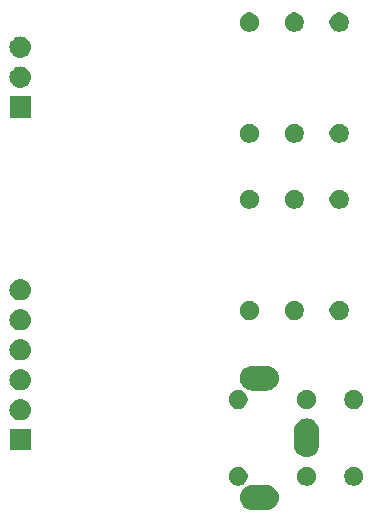
<source format=gbs>
G04 #@! TF.GenerationSoftware,KiCad,Pcbnew,(5.0.1)-4*
G04 #@! TF.CreationDate,2019-02-11T23:05:39+00:00*
G04 #@! TF.ProjectId,FT-8900-Headset,46542D383930302D486561647365742E,rev?*
G04 #@! TF.SameCoordinates,Original*
G04 #@! TF.FileFunction,Soldermask,Bot*
G04 #@! TF.FilePolarity,Negative*
%FSLAX46Y46*%
G04 Gerber Fmt 4.6, Leading zero omitted, Abs format (unit mm)*
G04 Created by KiCad (PCBNEW (5.0.1)-4) date 11/02/2019 23:05:39*
%MOMM*%
%LPD*%
G01*
G04 APERTURE LIST*
%ADD10C,0.100000*%
G04 APERTURE END LIST*
D10*
G36*
X174307408Y-123519310D02*
X174307411Y-123519311D01*
X174307412Y-123519311D01*
X174505430Y-123579379D01*
X174505432Y-123579380D01*
X174505435Y-123579381D01*
X174687925Y-123676923D01*
X174847882Y-123808198D01*
X174979157Y-123968155D01*
X175076699Y-124150645D01*
X175136770Y-124348672D01*
X175157052Y-124554600D01*
X175136770Y-124760528D01*
X175076699Y-124958555D01*
X174979157Y-125141045D01*
X174847882Y-125301002D01*
X174687925Y-125432277D01*
X174505435Y-125529819D01*
X174505432Y-125529820D01*
X174505430Y-125529821D01*
X174307412Y-125589889D01*
X174307411Y-125589889D01*
X174307408Y-125589890D01*
X174153081Y-125605090D01*
X172850999Y-125605090D01*
X172696672Y-125589890D01*
X172696669Y-125589889D01*
X172696668Y-125589889D01*
X172498650Y-125529821D01*
X172498648Y-125529820D01*
X172498645Y-125529819D01*
X172316155Y-125432277D01*
X172156198Y-125301002D01*
X172024923Y-125141045D01*
X171927381Y-124958555D01*
X171867310Y-124760528D01*
X171847028Y-124554600D01*
X171867310Y-124348672D01*
X171927381Y-124150645D01*
X172024923Y-123968155D01*
X172156198Y-123808198D01*
X172316155Y-123676923D01*
X172498645Y-123579381D01*
X172498648Y-123579380D01*
X172498650Y-123579379D01*
X172696668Y-123519311D01*
X172696669Y-123519311D01*
X172696672Y-123519310D01*
X172850999Y-123504110D01*
X174153081Y-123504110D01*
X174307408Y-123519310D01*
X174307408Y-123519310D01*
G37*
G36*
X181733643Y-121979781D02*
X181879415Y-122040162D01*
X182010611Y-122127824D01*
X182122176Y-122239389D01*
X182209838Y-122370585D01*
X182270219Y-122516357D01*
X182301000Y-122671107D01*
X182301000Y-122828893D01*
X182270219Y-122983643D01*
X182209838Y-123129415D01*
X182122176Y-123260611D01*
X182010611Y-123372176D01*
X181879415Y-123459838D01*
X181733643Y-123520219D01*
X181578893Y-123551000D01*
X181421107Y-123551000D01*
X181266357Y-123520219D01*
X181120585Y-123459838D01*
X180989389Y-123372176D01*
X180877824Y-123260611D01*
X180790162Y-123129415D01*
X180729781Y-122983643D01*
X180699000Y-122828893D01*
X180699000Y-122671107D01*
X180729781Y-122516357D01*
X180790162Y-122370585D01*
X180877824Y-122239389D01*
X180989389Y-122127824D01*
X181120585Y-122040162D01*
X181266357Y-121979781D01*
X181421107Y-121949000D01*
X181578893Y-121949000D01*
X181733643Y-121979781D01*
X181733643Y-121979781D01*
G37*
G36*
X177733643Y-121979781D02*
X177879415Y-122040162D01*
X178010611Y-122127824D01*
X178122176Y-122239389D01*
X178209838Y-122370585D01*
X178270219Y-122516357D01*
X178301000Y-122671107D01*
X178301000Y-122828893D01*
X178270219Y-122983643D01*
X178209838Y-123129415D01*
X178122176Y-123260611D01*
X178010611Y-123372176D01*
X177879415Y-123459838D01*
X177733643Y-123520219D01*
X177578893Y-123551000D01*
X177421107Y-123551000D01*
X177266357Y-123520219D01*
X177120585Y-123459838D01*
X176989389Y-123372176D01*
X176877824Y-123260611D01*
X176790162Y-123129415D01*
X176729781Y-122983643D01*
X176699000Y-122828893D01*
X176699000Y-122671107D01*
X176729781Y-122516357D01*
X176790162Y-122370585D01*
X176877824Y-122239389D01*
X176989389Y-122127824D01*
X177120585Y-122040162D01*
X177266357Y-121979781D01*
X177421107Y-121949000D01*
X177578893Y-121949000D01*
X177733643Y-121979781D01*
X177733643Y-121979781D01*
G37*
G36*
X171933643Y-121979781D02*
X172079415Y-122040162D01*
X172210611Y-122127824D01*
X172322176Y-122239389D01*
X172409838Y-122370585D01*
X172470219Y-122516357D01*
X172501000Y-122671107D01*
X172501000Y-122828893D01*
X172470219Y-122983643D01*
X172409838Y-123129415D01*
X172322176Y-123260611D01*
X172210611Y-123372176D01*
X172079415Y-123459838D01*
X171933643Y-123520219D01*
X171778893Y-123551000D01*
X171621107Y-123551000D01*
X171466357Y-123520219D01*
X171320585Y-123459838D01*
X171189389Y-123372176D01*
X171077824Y-123260611D01*
X170990162Y-123129415D01*
X170929781Y-122983643D01*
X170899000Y-122828893D01*
X170899000Y-122671107D01*
X170929781Y-122516357D01*
X170990162Y-122370585D01*
X171077824Y-122239389D01*
X171189389Y-122127824D01*
X171320585Y-122040162D01*
X171466357Y-121979781D01*
X171621107Y-121949000D01*
X171778893Y-121949000D01*
X171933643Y-121979781D01*
X171933643Y-121979781D01*
G37*
G36*
X177705927Y-117865270D02*
X177705930Y-117865271D01*
X177705931Y-117865271D01*
X177903949Y-117925339D01*
X177903951Y-117925340D01*
X177903954Y-117925341D01*
X178086444Y-118022883D01*
X178246402Y-118154158D01*
X178377677Y-118314115D01*
X178475219Y-118496605D01*
X178535290Y-118694632D01*
X178550490Y-118848959D01*
X178550490Y-120151041D01*
X178535290Y-120305368D01*
X178475219Y-120503395D01*
X178377677Y-120685885D01*
X178246402Y-120845842D01*
X178086445Y-120977117D01*
X177903955Y-121074659D01*
X177903952Y-121074660D01*
X177903950Y-121074661D01*
X177705932Y-121134729D01*
X177705931Y-121134729D01*
X177705928Y-121134730D01*
X177500000Y-121155012D01*
X177294073Y-121134730D01*
X177294070Y-121134729D01*
X177294069Y-121134729D01*
X177096051Y-121074661D01*
X177096049Y-121074660D01*
X177096046Y-121074659D01*
X176913556Y-120977117D01*
X176753599Y-120845842D01*
X176622325Y-120685886D01*
X176524780Y-120503392D01*
X176464710Y-120305368D01*
X176449510Y-120151041D01*
X176449510Y-118848960D01*
X176464710Y-118694633D01*
X176464711Y-118694629D01*
X176524779Y-118496611D01*
X176524780Y-118496609D01*
X176524781Y-118496606D01*
X176622323Y-118314116D01*
X176753598Y-118154158D01*
X176913555Y-118022883D01*
X177096045Y-117925341D01*
X177096048Y-117925340D01*
X177096050Y-117925339D01*
X177294068Y-117865271D01*
X177294069Y-117865271D01*
X177294072Y-117865270D01*
X177500000Y-117844988D01*
X177705927Y-117865270D01*
X177705927Y-117865270D01*
G37*
G36*
X154151000Y-120561000D02*
X152349000Y-120561000D01*
X152349000Y-118759000D01*
X154151000Y-118759000D01*
X154151000Y-120561000D01*
X154151000Y-120561000D01*
G37*
G36*
X153360443Y-116225519D02*
X153426627Y-116232037D01*
X153539853Y-116266384D01*
X153596467Y-116283557D01*
X153681283Y-116328893D01*
X153752991Y-116367222D01*
X153788729Y-116396552D01*
X153890186Y-116479814D01*
X153973448Y-116581271D01*
X154002778Y-116617009D01*
X154002779Y-116617011D01*
X154086443Y-116773533D01*
X154086443Y-116773534D01*
X154137963Y-116943373D01*
X154155359Y-117120000D01*
X154137963Y-117296627D01*
X154103616Y-117409853D01*
X154086443Y-117466467D01*
X154012348Y-117605087D01*
X154002778Y-117622991D01*
X153973448Y-117658729D01*
X153890186Y-117760186D01*
X153788729Y-117843448D01*
X153752991Y-117872778D01*
X153752989Y-117872779D01*
X153596467Y-117956443D01*
X153539853Y-117973616D01*
X153426627Y-118007963D01*
X153360443Y-118014481D01*
X153294260Y-118021000D01*
X153205740Y-118021000D01*
X153139557Y-118014481D01*
X153073373Y-118007963D01*
X152960147Y-117973616D01*
X152903533Y-117956443D01*
X152747011Y-117872779D01*
X152747009Y-117872778D01*
X152711271Y-117843448D01*
X152609814Y-117760186D01*
X152526552Y-117658729D01*
X152497222Y-117622991D01*
X152487652Y-117605087D01*
X152413557Y-117466467D01*
X152396384Y-117409853D01*
X152362037Y-117296627D01*
X152344641Y-117120000D01*
X152362037Y-116943373D01*
X152413557Y-116773534D01*
X152413557Y-116773533D01*
X152497221Y-116617011D01*
X152497222Y-116617009D01*
X152526552Y-116581271D01*
X152609814Y-116479814D01*
X152711271Y-116396552D01*
X152747009Y-116367222D01*
X152818717Y-116328893D01*
X152903533Y-116283557D01*
X152960147Y-116266384D01*
X153073373Y-116232037D01*
X153139557Y-116225519D01*
X153205740Y-116219000D01*
X153294260Y-116219000D01*
X153360443Y-116225519D01*
X153360443Y-116225519D01*
G37*
G36*
X181733643Y-115479781D02*
X181879415Y-115540162D01*
X182010611Y-115627824D01*
X182122176Y-115739389D01*
X182209838Y-115870585D01*
X182270219Y-116016357D01*
X182301000Y-116171107D01*
X182301000Y-116328893D01*
X182270219Y-116483643D01*
X182209838Y-116629415D01*
X182122176Y-116760611D01*
X182010611Y-116872176D01*
X181879415Y-116959838D01*
X181733643Y-117020219D01*
X181578893Y-117051000D01*
X181421107Y-117051000D01*
X181266357Y-117020219D01*
X181120585Y-116959838D01*
X180989389Y-116872176D01*
X180877824Y-116760611D01*
X180790162Y-116629415D01*
X180729781Y-116483643D01*
X180699000Y-116328893D01*
X180699000Y-116171107D01*
X180729781Y-116016357D01*
X180790162Y-115870585D01*
X180877824Y-115739389D01*
X180989389Y-115627824D01*
X181120585Y-115540162D01*
X181266357Y-115479781D01*
X181421107Y-115449000D01*
X181578893Y-115449000D01*
X181733643Y-115479781D01*
X181733643Y-115479781D01*
G37*
G36*
X177733643Y-115479781D02*
X177879415Y-115540162D01*
X178010611Y-115627824D01*
X178122176Y-115739389D01*
X178209838Y-115870585D01*
X178270219Y-116016357D01*
X178301000Y-116171107D01*
X178301000Y-116328893D01*
X178270219Y-116483643D01*
X178209838Y-116629415D01*
X178122176Y-116760611D01*
X178010611Y-116872176D01*
X177879415Y-116959838D01*
X177733643Y-117020219D01*
X177578893Y-117051000D01*
X177421107Y-117051000D01*
X177266357Y-117020219D01*
X177120585Y-116959838D01*
X176989389Y-116872176D01*
X176877824Y-116760611D01*
X176790162Y-116629415D01*
X176729781Y-116483643D01*
X176699000Y-116328893D01*
X176699000Y-116171107D01*
X176729781Y-116016357D01*
X176790162Y-115870585D01*
X176877824Y-115739389D01*
X176989389Y-115627824D01*
X177120585Y-115540162D01*
X177266357Y-115479781D01*
X177421107Y-115449000D01*
X177578893Y-115449000D01*
X177733643Y-115479781D01*
X177733643Y-115479781D01*
G37*
G36*
X171933643Y-115479781D02*
X172079415Y-115540162D01*
X172210611Y-115627824D01*
X172322176Y-115739389D01*
X172409838Y-115870585D01*
X172470219Y-116016357D01*
X172501000Y-116171107D01*
X172501000Y-116328893D01*
X172470219Y-116483643D01*
X172409838Y-116629415D01*
X172322176Y-116760611D01*
X172210611Y-116872176D01*
X172079415Y-116959838D01*
X171933643Y-117020219D01*
X171778893Y-117051000D01*
X171621107Y-117051000D01*
X171466357Y-117020219D01*
X171320585Y-116959838D01*
X171189389Y-116872176D01*
X171077824Y-116760611D01*
X170990162Y-116629415D01*
X170929781Y-116483643D01*
X170899000Y-116328893D01*
X170899000Y-116171107D01*
X170929781Y-116016357D01*
X170990162Y-115870585D01*
X171077824Y-115739389D01*
X171189389Y-115627824D01*
X171320585Y-115540162D01*
X171466357Y-115479781D01*
X171621107Y-115449000D01*
X171778893Y-115449000D01*
X171933643Y-115479781D01*
X171933643Y-115479781D01*
G37*
G36*
X174307408Y-113410110D02*
X174307411Y-113410111D01*
X174307412Y-113410111D01*
X174505430Y-113470179D01*
X174505432Y-113470180D01*
X174505435Y-113470181D01*
X174687925Y-113567723D01*
X174847882Y-113698998D01*
X174979157Y-113858955D01*
X175076699Y-114041445D01*
X175076700Y-114041448D01*
X175076701Y-114041450D01*
X175134969Y-114233534D01*
X175136770Y-114239472D01*
X175157052Y-114445400D01*
X175136770Y-114651328D01*
X175136769Y-114651331D01*
X175136769Y-114651332D01*
X175104829Y-114756625D01*
X175076699Y-114849355D01*
X174979157Y-115031845D01*
X174847882Y-115191802D01*
X174687925Y-115323077D01*
X174505435Y-115420619D01*
X174505432Y-115420620D01*
X174505430Y-115420621D01*
X174307412Y-115480689D01*
X174307411Y-115480689D01*
X174307408Y-115480690D01*
X174153081Y-115495890D01*
X172850999Y-115495890D01*
X172696672Y-115480690D01*
X172696669Y-115480689D01*
X172696668Y-115480689D01*
X172498650Y-115420621D01*
X172498648Y-115420620D01*
X172498645Y-115420619D01*
X172316155Y-115323077D01*
X172156198Y-115191802D01*
X172024923Y-115031845D01*
X171927381Y-114849355D01*
X171899252Y-114756625D01*
X171867311Y-114651332D01*
X171867311Y-114651331D01*
X171867310Y-114651328D01*
X171847028Y-114445400D01*
X171867310Y-114239472D01*
X171869111Y-114233534D01*
X171927379Y-114041450D01*
X171927380Y-114041448D01*
X171927381Y-114041445D01*
X172024923Y-113858955D01*
X172156198Y-113698998D01*
X172316155Y-113567723D01*
X172498645Y-113470181D01*
X172498648Y-113470180D01*
X172498650Y-113470179D01*
X172696668Y-113410111D01*
X172696669Y-113410111D01*
X172696672Y-113410110D01*
X172850999Y-113394910D01*
X174153081Y-113394910D01*
X174307408Y-113410110D01*
X174307408Y-113410110D01*
G37*
G36*
X153360443Y-113685519D02*
X153426627Y-113692037D01*
X153539853Y-113726384D01*
X153596467Y-113743557D01*
X153735087Y-113817652D01*
X153752991Y-113827222D01*
X153788729Y-113856552D01*
X153890186Y-113939814D01*
X153973448Y-114041271D01*
X154002778Y-114077009D01*
X154002779Y-114077011D01*
X154086443Y-114233533D01*
X154103616Y-114290147D01*
X154137963Y-114403373D01*
X154155359Y-114580000D01*
X154137963Y-114756627D01*
X154109836Y-114849350D01*
X154086443Y-114926467D01*
X154030117Y-115031844D01*
X154002778Y-115082991D01*
X153973448Y-115118729D01*
X153890186Y-115220186D01*
X153788729Y-115303448D01*
X153752991Y-115332778D01*
X153752989Y-115332779D01*
X153596467Y-115416443D01*
X153539853Y-115433616D01*
X153426627Y-115467963D01*
X153360443Y-115474481D01*
X153294260Y-115481000D01*
X153205740Y-115481000D01*
X153139557Y-115474481D01*
X153073373Y-115467963D01*
X152960147Y-115433616D01*
X152903533Y-115416443D01*
X152747011Y-115332779D01*
X152747009Y-115332778D01*
X152711271Y-115303448D01*
X152609814Y-115220186D01*
X152526552Y-115118729D01*
X152497222Y-115082991D01*
X152469883Y-115031844D01*
X152413557Y-114926467D01*
X152390164Y-114849350D01*
X152362037Y-114756627D01*
X152344641Y-114580000D01*
X152362037Y-114403373D01*
X152396384Y-114290147D01*
X152413557Y-114233533D01*
X152497221Y-114077011D01*
X152497222Y-114077009D01*
X152526552Y-114041271D01*
X152609814Y-113939814D01*
X152711271Y-113856552D01*
X152747009Y-113827222D01*
X152764913Y-113817652D01*
X152903533Y-113743557D01*
X152960147Y-113726384D01*
X153073373Y-113692037D01*
X153139557Y-113685519D01*
X153205740Y-113679000D01*
X153294260Y-113679000D01*
X153360443Y-113685519D01*
X153360443Y-113685519D01*
G37*
G36*
X153360443Y-111145519D02*
X153426627Y-111152037D01*
X153539853Y-111186384D01*
X153596467Y-111203557D01*
X153735087Y-111277652D01*
X153752991Y-111287222D01*
X153788729Y-111316552D01*
X153890186Y-111399814D01*
X153973448Y-111501271D01*
X154002778Y-111537009D01*
X154002779Y-111537011D01*
X154086443Y-111693533D01*
X154086443Y-111693534D01*
X154137963Y-111863373D01*
X154155359Y-112040000D01*
X154137963Y-112216627D01*
X154103616Y-112329853D01*
X154086443Y-112386467D01*
X154012348Y-112525087D01*
X154002778Y-112542991D01*
X153973448Y-112578729D01*
X153890186Y-112680186D01*
X153788729Y-112763448D01*
X153752991Y-112792778D01*
X153752989Y-112792779D01*
X153596467Y-112876443D01*
X153539853Y-112893616D01*
X153426627Y-112927963D01*
X153360443Y-112934481D01*
X153294260Y-112941000D01*
X153205740Y-112941000D01*
X153139557Y-112934481D01*
X153073373Y-112927963D01*
X152960147Y-112893616D01*
X152903533Y-112876443D01*
X152747011Y-112792779D01*
X152747009Y-112792778D01*
X152711271Y-112763448D01*
X152609814Y-112680186D01*
X152526552Y-112578729D01*
X152497222Y-112542991D01*
X152487652Y-112525087D01*
X152413557Y-112386467D01*
X152396384Y-112329853D01*
X152362037Y-112216627D01*
X152344641Y-112040000D01*
X152362037Y-111863373D01*
X152413557Y-111693534D01*
X152413557Y-111693533D01*
X152497221Y-111537011D01*
X152497222Y-111537009D01*
X152526552Y-111501271D01*
X152609814Y-111399814D01*
X152711271Y-111316552D01*
X152747009Y-111287222D01*
X152764913Y-111277652D01*
X152903533Y-111203557D01*
X152960147Y-111186384D01*
X153073373Y-111152037D01*
X153139557Y-111145519D01*
X153205740Y-111139000D01*
X153294260Y-111139000D01*
X153360443Y-111145519D01*
X153360443Y-111145519D01*
G37*
G36*
X153360442Y-108605518D02*
X153426627Y-108612037D01*
X153539853Y-108646384D01*
X153596467Y-108663557D01*
X153735087Y-108737652D01*
X153752991Y-108747222D01*
X153788729Y-108776552D01*
X153890186Y-108859814D01*
X153953647Y-108937143D01*
X154002778Y-108997009D01*
X154002779Y-108997011D01*
X154086443Y-109153533D01*
X154086443Y-109153534D01*
X154137963Y-109323373D01*
X154155359Y-109500000D01*
X154137963Y-109676627D01*
X154103616Y-109789853D01*
X154086443Y-109846467D01*
X154012348Y-109985087D01*
X154002778Y-110002991D01*
X153973448Y-110038729D01*
X153890186Y-110140186D01*
X153788729Y-110223448D01*
X153752991Y-110252778D01*
X153752989Y-110252779D01*
X153596467Y-110336443D01*
X153539853Y-110353616D01*
X153426627Y-110387963D01*
X153360442Y-110394482D01*
X153294260Y-110401000D01*
X153205740Y-110401000D01*
X153139558Y-110394482D01*
X153073373Y-110387963D01*
X152960147Y-110353616D01*
X152903533Y-110336443D01*
X152747011Y-110252779D01*
X152747009Y-110252778D01*
X152711271Y-110223448D01*
X152609814Y-110140186D01*
X152526552Y-110038729D01*
X152497222Y-110002991D01*
X152487652Y-109985087D01*
X152413557Y-109846467D01*
X152396384Y-109789853D01*
X152362037Y-109676627D01*
X152344641Y-109500000D01*
X152362037Y-109323373D01*
X152413557Y-109153534D01*
X152413557Y-109153533D01*
X152497221Y-108997011D01*
X152497222Y-108997009D01*
X152546353Y-108937143D01*
X152609814Y-108859814D01*
X152711271Y-108776552D01*
X152747009Y-108747222D01*
X152764913Y-108737652D01*
X152903533Y-108663557D01*
X152960147Y-108646384D01*
X153073373Y-108612037D01*
X153139558Y-108605518D01*
X153205740Y-108599000D01*
X153294260Y-108599000D01*
X153360442Y-108605518D01*
X153360442Y-108605518D01*
G37*
G36*
X176687142Y-107918242D02*
X176835102Y-107979530D01*
X176968258Y-108068502D01*
X177081498Y-108181742D01*
X177170470Y-108314898D01*
X177231758Y-108462858D01*
X177263000Y-108619925D01*
X177263000Y-108780075D01*
X177231758Y-108937142D01*
X177170470Y-109085102D01*
X177081498Y-109218258D01*
X176968258Y-109331498D01*
X176835102Y-109420470D01*
X176687142Y-109481758D01*
X176530075Y-109513000D01*
X176369925Y-109513000D01*
X176212858Y-109481758D01*
X176064898Y-109420470D01*
X175931742Y-109331498D01*
X175818502Y-109218258D01*
X175729530Y-109085102D01*
X175668242Y-108937142D01*
X175637000Y-108780075D01*
X175637000Y-108619925D01*
X175668242Y-108462858D01*
X175729530Y-108314898D01*
X175818502Y-108181742D01*
X175931742Y-108068502D01*
X176064898Y-107979530D01*
X176212858Y-107918242D01*
X176369925Y-107887000D01*
X176530075Y-107887000D01*
X176687142Y-107918242D01*
X176687142Y-107918242D01*
G37*
G36*
X180487142Y-107918242D02*
X180635102Y-107979530D01*
X180768258Y-108068502D01*
X180881498Y-108181742D01*
X180970470Y-108314898D01*
X181031758Y-108462858D01*
X181063000Y-108619925D01*
X181063000Y-108780075D01*
X181031758Y-108937142D01*
X180970470Y-109085102D01*
X180881498Y-109218258D01*
X180768258Y-109331498D01*
X180635102Y-109420470D01*
X180487142Y-109481758D01*
X180330075Y-109513000D01*
X180169925Y-109513000D01*
X180012858Y-109481758D01*
X179864898Y-109420470D01*
X179731742Y-109331498D01*
X179618502Y-109218258D01*
X179529530Y-109085102D01*
X179468242Y-108937142D01*
X179437000Y-108780075D01*
X179437000Y-108619925D01*
X179468242Y-108462858D01*
X179529530Y-108314898D01*
X179618502Y-108181742D01*
X179731742Y-108068502D01*
X179864898Y-107979530D01*
X180012858Y-107918242D01*
X180169925Y-107887000D01*
X180330075Y-107887000D01*
X180487142Y-107918242D01*
X180487142Y-107918242D01*
G37*
G36*
X172887142Y-107918242D02*
X173035102Y-107979530D01*
X173168258Y-108068502D01*
X173281498Y-108181742D01*
X173370470Y-108314898D01*
X173431758Y-108462858D01*
X173463000Y-108619925D01*
X173463000Y-108780075D01*
X173431758Y-108937142D01*
X173370470Y-109085102D01*
X173281498Y-109218258D01*
X173168258Y-109331498D01*
X173035102Y-109420470D01*
X172887142Y-109481758D01*
X172730075Y-109513000D01*
X172569925Y-109513000D01*
X172412858Y-109481758D01*
X172264898Y-109420470D01*
X172131742Y-109331498D01*
X172018502Y-109218258D01*
X171929530Y-109085102D01*
X171868242Y-108937142D01*
X171837000Y-108780075D01*
X171837000Y-108619925D01*
X171868242Y-108462858D01*
X171929530Y-108314898D01*
X172018502Y-108181742D01*
X172131742Y-108068502D01*
X172264898Y-107979530D01*
X172412858Y-107918242D01*
X172569925Y-107887000D01*
X172730075Y-107887000D01*
X172887142Y-107918242D01*
X172887142Y-107918242D01*
G37*
G36*
X153360443Y-106065519D02*
X153426627Y-106072037D01*
X153539853Y-106106384D01*
X153596467Y-106123557D01*
X153735087Y-106197652D01*
X153752991Y-106207222D01*
X153788729Y-106236552D01*
X153890186Y-106319814D01*
X153973448Y-106421271D01*
X154002778Y-106457009D01*
X154002779Y-106457011D01*
X154086443Y-106613533D01*
X154086443Y-106613534D01*
X154137963Y-106783373D01*
X154155359Y-106960000D01*
X154137963Y-107136627D01*
X154103616Y-107249853D01*
X154086443Y-107306467D01*
X154012348Y-107445087D01*
X154002778Y-107462991D01*
X153973448Y-107498729D01*
X153890186Y-107600186D01*
X153788729Y-107683448D01*
X153752991Y-107712778D01*
X153752989Y-107712779D01*
X153596467Y-107796443D01*
X153539853Y-107813616D01*
X153426627Y-107847963D01*
X153360443Y-107854481D01*
X153294260Y-107861000D01*
X153205740Y-107861000D01*
X153139557Y-107854481D01*
X153073373Y-107847963D01*
X152960147Y-107813616D01*
X152903533Y-107796443D01*
X152747011Y-107712779D01*
X152747009Y-107712778D01*
X152711271Y-107683448D01*
X152609814Y-107600186D01*
X152526552Y-107498729D01*
X152497222Y-107462991D01*
X152487652Y-107445087D01*
X152413557Y-107306467D01*
X152396384Y-107249853D01*
X152362037Y-107136627D01*
X152344641Y-106960000D01*
X152362037Y-106783373D01*
X152413557Y-106613534D01*
X152413557Y-106613533D01*
X152497221Y-106457011D01*
X152497222Y-106457009D01*
X152526552Y-106421271D01*
X152609814Y-106319814D01*
X152711271Y-106236552D01*
X152747009Y-106207222D01*
X152764913Y-106197652D01*
X152903533Y-106123557D01*
X152960147Y-106106384D01*
X153073373Y-106072037D01*
X153139557Y-106065519D01*
X153205740Y-106059000D01*
X153294260Y-106059000D01*
X153360443Y-106065519D01*
X153360443Y-106065519D01*
G37*
G36*
X172887142Y-98518242D02*
X173035102Y-98579530D01*
X173168258Y-98668502D01*
X173281498Y-98781742D01*
X173370470Y-98914898D01*
X173431758Y-99062858D01*
X173463000Y-99219925D01*
X173463000Y-99380075D01*
X173431758Y-99537142D01*
X173370470Y-99685102D01*
X173281498Y-99818258D01*
X173168258Y-99931498D01*
X173035102Y-100020470D01*
X172887142Y-100081758D01*
X172730075Y-100113000D01*
X172569925Y-100113000D01*
X172412858Y-100081758D01*
X172264898Y-100020470D01*
X172131742Y-99931498D01*
X172018502Y-99818258D01*
X171929530Y-99685102D01*
X171868242Y-99537142D01*
X171837000Y-99380075D01*
X171837000Y-99219925D01*
X171868242Y-99062858D01*
X171929530Y-98914898D01*
X172018502Y-98781742D01*
X172131742Y-98668502D01*
X172264898Y-98579530D01*
X172412858Y-98518242D01*
X172569925Y-98487000D01*
X172730075Y-98487000D01*
X172887142Y-98518242D01*
X172887142Y-98518242D01*
G37*
G36*
X176687142Y-98518242D02*
X176835102Y-98579530D01*
X176968258Y-98668502D01*
X177081498Y-98781742D01*
X177170470Y-98914898D01*
X177231758Y-99062858D01*
X177263000Y-99219925D01*
X177263000Y-99380075D01*
X177231758Y-99537142D01*
X177170470Y-99685102D01*
X177081498Y-99818258D01*
X176968258Y-99931498D01*
X176835102Y-100020470D01*
X176687142Y-100081758D01*
X176530075Y-100113000D01*
X176369925Y-100113000D01*
X176212858Y-100081758D01*
X176064898Y-100020470D01*
X175931742Y-99931498D01*
X175818502Y-99818258D01*
X175729530Y-99685102D01*
X175668242Y-99537142D01*
X175637000Y-99380075D01*
X175637000Y-99219925D01*
X175668242Y-99062858D01*
X175729530Y-98914898D01*
X175818502Y-98781742D01*
X175931742Y-98668502D01*
X176064898Y-98579530D01*
X176212858Y-98518242D01*
X176369925Y-98487000D01*
X176530075Y-98487000D01*
X176687142Y-98518242D01*
X176687142Y-98518242D01*
G37*
G36*
X180487142Y-98518242D02*
X180635102Y-98579530D01*
X180768258Y-98668502D01*
X180881498Y-98781742D01*
X180970470Y-98914898D01*
X181031758Y-99062858D01*
X181063000Y-99219925D01*
X181063000Y-99380075D01*
X181031758Y-99537142D01*
X180970470Y-99685102D01*
X180881498Y-99818258D01*
X180768258Y-99931498D01*
X180635102Y-100020470D01*
X180487142Y-100081758D01*
X180330075Y-100113000D01*
X180169925Y-100113000D01*
X180012858Y-100081758D01*
X179864898Y-100020470D01*
X179731742Y-99931498D01*
X179618502Y-99818258D01*
X179529530Y-99685102D01*
X179468242Y-99537142D01*
X179437000Y-99380075D01*
X179437000Y-99219925D01*
X179468242Y-99062858D01*
X179529530Y-98914898D01*
X179618502Y-98781742D01*
X179731742Y-98668502D01*
X179864898Y-98579530D01*
X180012858Y-98518242D01*
X180169925Y-98487000D01*
X180330075Y-98487000D01*
X180487142Y-98518242D01*
X180487142Y-98518242D01*
G37*
G36*
X180487142Y-92918242D02*
X180635102Y-92979530D01*
X180768258Y-93068502D01*
X180881498Y-93181742D01*
X180970470Y-93314898D01*
X181031758Y-93462858D01*
X181063000Y-93619925D01*
X181063000Y-93780075D01*
X181031758Y-93937142D01*
X180970470Y-94085102D01*
X180881498Y-94218258D01*
X180768258Y-94331498D01*
X180635102Y-94420470D01*
X180487142Y-94481758D01*
X180330075Y-94513000D01*
X180169925Y-94513000D01*
X180012858Y-94481758D01*
X179864898Y-94420470D01*
X179731742Y-94331498D01*
X179618502Y-94218258D01*
X179529530Y-94085102D01*
X179468242Y-93937142D01*
X179437000Y-93780075D01*
X179437000Y-93619925D01*
X179468242Y-93462858D01*
X179529530Y-93314898D01*
X179618502Y-93181742D01*
X179731742Y-93068502D01*
X179864898Y-92979530D01*
X180012858Y-92918242D01*
X180169925Y-92887000D01*
X180330075Y-92887000D01*
X180487142Y-92918242D01*
X180487142Y-92918242D01*
G37*
G36*
X176687142Y-92918242D02*
X176835102Y-92979530D01*
X176968258Y-93068502D01*
X177081498Y-93181742D01*
X177170470Y-93314898D01*
X177231758Y-93462858D01*
X177263000Y-93619925D01*
X177263000Y-93780075D01*
X177231758Y-93937142D01*
X177170470Y-94085102D01*
X177081498Y-94218258D01*
X176968258Y-94331498D01*
X176835102Y-94420470D01*
X176687142Y-94481758D01*
X176530075Y-94513000D01*
X176369925Y-94513000D01*
X176212858Y-94481758D01*
X176064898Y-94420470D01*
X175931742Y-94331498D01*
X175818502Y-94218258D01*
X175729530Y-94085102D01*
X175668242Y-93937142D01*
X175637000Y-93780075D01*
X175637000Y-93619925D01*
X175668242Y-93462858D01*
X175729530Y-93314898D01*
X175818502Y-93181742D01*
X175931742Y-93068502D01*
X176064898Y-92979530D01*
X176212858Y-92918242D01*
X176369925Y-92887000D01*
X176530075Y-92887000D01*
X176687142Y-92918242D01*
X176687142Y-92918242D01*
G37*
G36*
X172887142Y-92918242D02*
X173035102Y-92979530D01*
X173168258Y-93068502D01*
X173281498Y-93181742D01*
X173370470Y-93314898D01*
X173431758Y-93462858D01*
X173463000Y-93619925D01*
X173463000Y-93780075D01*
X173431758Y-93937142D01*
X173370470Y-94085102D01*
X173281498Y-94218258D01*
X173168258Y-94331498D01*
X173035102Y-94420470D01*
X172887142Y-94481758D01*
X172730075Y-94513000D01*
X172569925Y-94513000D01*
X172412858Y-94481758D01*
X172264898Y-94420470D01*
X172131742Y-94331498D01*
X172018502Y-94218258D01*
X171929530Y-94085102D01*
X171868242Y-93937142D01*
X171837000Y-93780075D01*
X171837000Y-93619925D01*
X171868242Y-93462858D01*
X171929530Y-93314898D01*
X172018502Y-93181742D01*
X172131742Y-93068502D01*
X172264898Y-92979530D01*
X172412858Y-92918242D01*
X172569925Y-92887000D01*
X172730075Y-92887000D01*
X172887142Y-92918242D01*
X172887142Y-92918242D01*
G37*
G36*
X154151000Y-92401000D02*
X152349000Y-92401000D01*
X152349000Y-90599000D01*
X154151000Y-90599000D01*
X154151000Y-92401000D01*
X154151000Y-92401000D01*
G37*
G36*
X153360442Y-88065518D02*
X153426627Y-88072037D01*
X153539853Y-88106384D01*
X153596467Y-88123557D01*
X153735087Y-88197652D01*
X153752991Y-88207222D01*
X153788729Y-88236552D01*
X153890186Y-88319814D01*
X153973448Y-88421271D01*
X154002778Y-88457009D01*
X154002779Y-88457011D01*
X154086443Y-88613533D01*
X154086443Y-88613534D01*
X154137963Y-88783373D01*
X154155359Y-88960000D01*
X154137963Y-89136627D01*
X154103616Y-89249853D01*
X154086443Y-89306467D01*
X154012348Y-89445087D01*
X154002778Y-89462991D01*
X153973448Y-89498729D01*
X153890186Y-89600186D01*
X153788729Y-89683448D01*
X153752991Y-89712778D01*
X153752989Y-89712779D01*
X153596467Y-89796443D01*
X153539853Y-89813616D01*
X153426627Y-89847963D01*
X153360443Y-89854481D01*
X153294260Y-89861000D01*
X153205740Y-89861000D01*
X153139557Y-89854481D01*
X153073373Y-89847963D01*
X152960147Y-89813616D01*
X152903533Y-89796443D01*
X152747011Y-89712779D01*
X152747009Y-89712778D01*
X152711271Y-89683448D01*
X152609814Y-89600186D01*
X152526552Y-89498729D01*
X152497222Y-89462991D01*
X152487652Y-89445087D01*
X152413557Y-89306467D01*
X152396384Y-89249853D01*
X152362037Y-89136627D01*
X152344641Y-88960000D01*
X152362037Y-88783373D01*
X152413557Y-88613534D01*
X152413557Y-88613533D01*
X152497221Y-88457011D01*
X152497222Y-88457009D01*
X152526552Y-88421271D01*
X152609814Y-88319814D01*
X152711271Y-88236552D01*
X152747009Y-88207222D01*
X152764913Y-88197652D01*
X152903533Y-88123557D01*
X152960147Y-88106384D01*
X153073373Y-88072037D01*
X153139558Y-88065518D01*
X153205740Y-88059000D01*
X153294260Y-88059000D01*
X153360442Y-88065518D01*
X153360442Y-88065518D01*
G37*
G36*
X153360443Y-85525519D02*
X153426627Y-85532037D01*
X153539853Y-85566384D01*
X153596467Y-85583557D01*
X153735087Y-85657652D01*
X153752991Y-85667222D01*
X153788729Y-85696552D01*
X153890186Y-85779814D01*
X153973448Y-85881271D01*
X154002778Y-85917009D01*
X154002779Y-85917011D01*
X154086443Y-86073533D01*
X154086443Y-86073534D01*
X154137963Y-86243373D01*
X154155359Y-86420000D01*
X154137963Y-86596627D01*
X154103616Y-86709853D01*
X154086443Y-86766467D01*
X154012348Y-86905087D01*
X154002778Y-86922991D01*
X153973448Y-86958729D01*
X153890186Y-87060186D01*
X153788729Y-87143448D01*
X153752991Y-87172778D01*
X153752989Y-87172779D01*
X153596467Y-87256443D01*
X153539853Y-87273616D01*
X153426627Y-87307963D01*
X153360443Y-87314481D01*
X153294260Y-87321000D01*
X153205740Y-87321000D01*
X153139557Y-87314481D01*
X153073373Y-87307963D01*
X152960147Y-87273616D01*
X152903533Y-87256443D01*
X152747011Y-87172779D01*
X152747009Y-87172778D01*
X152711271Y-87143448D01*
X152609814Y-87060186D01*
X152526552Y-86958729D01*
X152497222Y-86922991D01*
X152487652Y-86905087D01*
X152413557Y-86766467D01*
X152396384Y-86709853D01*
X152362037Y-86596627D01*
X152344641Y-86420000D01*
X152362037Y-86243373D01*
X152413557Y-86073534D01*
X152413557Y-86073533D01*
X152497221Y-85917011D01*
X152497222Y-85917009D01*
X152526552Y-85881271D01*
X152609814Y-85779814D01*
X152711271Y-85696552D01*
X152747009Y-85667222D01*
X152764913Y-85657652D01*
X152903533Y-85583557D01*
X152960147Y-85566384D01*
X153073373Y-85532037D01*
X153139557Y-85525519D01*
X153205740Y-85519000D01*
X153294260Y-85519000D01*
X153360443Y-85525519D01*
X153360443Y-85525519D01*
G37*
G36*
X180487142Y-83518242D02*
X180635102Y-83579530D01*
X180768258Y-83668502D01*
X180881498Y-83781742D01*
X180970470Y-83914898D01*
X181031758Y-84062858D01*
X181063000Y-84219925D01*
X181063000Y-84380075D01*
X181031758Y-84537142D01*
X180970470Y-84685102D01*
X180881498Y-84818258D01*
X180768258Y-84931498D01*
X180635102Y-85020470D01*
X180487142Y-85081758D01*
X180330075Y-85113000D01*
X180169925Y-85113000D01*
X180012858Y-85081758D01*
X179864898Y-85020470D01*
X179731742Y-84931498D01*
X179618502Y-84818258D01*
X179529530Y-84685102D01*
X179468242Y-84537142D01*
X179437000Y-84380075D01*
X179437000Y-84219925D01*
X179468242Y-84062858D01*
X179529530Y-83914898D01*
X179618502Y-83781742D01*
X179731742Y-83668502D01*
X179864898Y-83579530D01*
X180012858Y-83518242D01*
X180169925Y-83487000D01*
X180330075Y-83487000D01*
X180487142Y-83518242D01*
X180487142Y-83518242D01*
G37*
G36*
X176687142Y-83518242D02*
X176835102Y-83579530D01*
X176968258Y-83668502D01*
X177081498Y-83781742D01*
X177170470Y-83914898D01*
X177231758Y-84062858D01*
X177263000Y-84219925D01*
X177263000Y-84380075D01*
X177231758Y-84537142D01*
X177170470Y-84685102D01*
X177081498Y-84818258D01*
X176968258Y-84931498D01*
X176835102Y-85020470D01*
X176687142Y-85081758D01*
X176530075Y-85113000D01*
X176369925Y-85113000D01*
X176212858Y-85081758D01*
X176064898Y-85020470D01*
X175931742Y-84931498D01*
X175818502Y-84818258D01*
X175729530Y-84685102D01*
X175668242Y-84537142D01*
X175637000Y-84380075D01*
X175637000Y-84219925D01*
X175668242Y-84062858D01*
X175729530Y-83914898D01*
X175818502Y-83781742D01*
X175931742Y-83668502D01*
X176064898Y-83579530D01*
X176212858Y-83518242D01*
X176369925Y-83487000D01*
X176530075Y-83487000D01*
X176687142Y-83518242D01*
X176687142Y-83518242D01*
G37*
G36*
X172887142Y-83518242D02*
X173035102Y-83579530D01*
X173168258Y-83668502D01*
X173281498Y-83781742D01*
X173370470Y-83914898D01*
X173431758Y-84062858D01*
X173463000Y-84219925D01*
X173463000Y-84380075D01*
X173431758Y-84537142D01*
X173370470Y-84685102D01*
X173281498Y-84818258D01*
X173168258Y-84931498D01*
X173035102Y-85020470D01*
X172887142Y-85081758D01*
X172730075Y-85113000D01*
X172569925Y-85113000D01*
X172412858Y-85081758D01*
X172264898Y-85020470D01*
X172131742Y-84931498D01*
X172018502Y-84818258D01*
X171929530Y-84685102D01*
X171868242Y-84537142D01*
X171837000Y-84380075D01*
X171837000Y-84219925D01*
X171868242Y-84062858D01*
X171929530Y-83914898D01*
X172018502Y-83781742D01*
X172131742Y-83668502D01*
X172264898Y-83579530D01*
X172412858Y-83518242D01*
X172569925Y-83487000D01*
X172730075Y-83487000D01*
X172887142Y-83518242D01*
X172887142Y-83518242D01*
G37*
M02*

</source>
